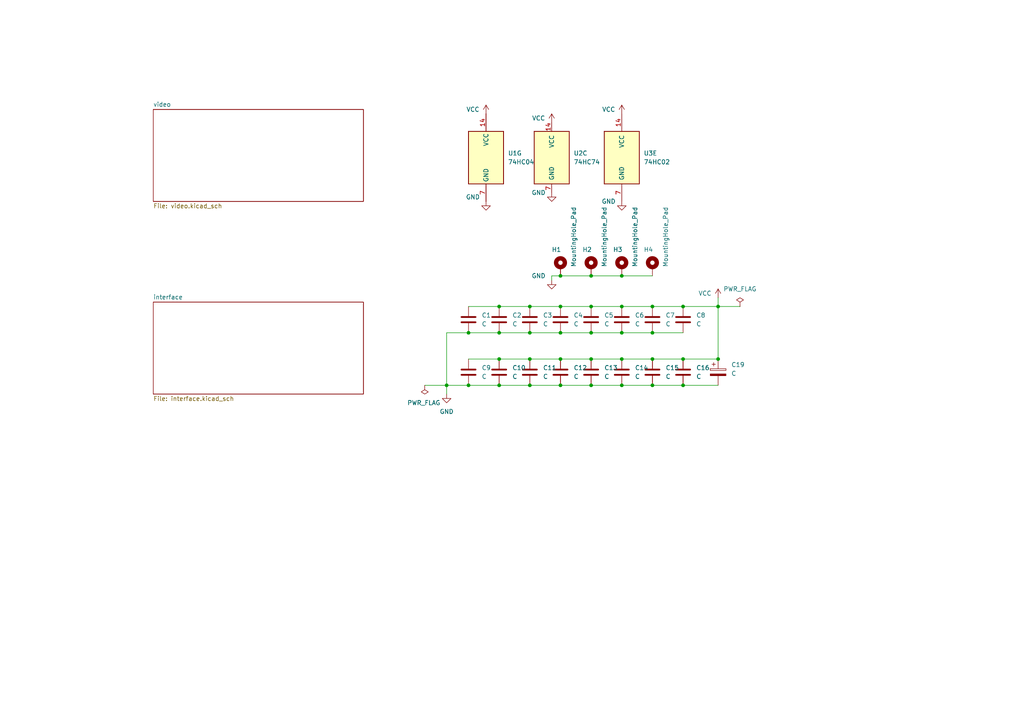
<source format=kicad_sch>
(kicad_sch (version 20211123) (generator eeschema)
  (paper "A4")
  (lib_symbols
    (symbol "74xx:74HC02" (pin_names (offset 1.016))
      (property "Reference" "U" (at 0 1.27 0))
      (property "Value" "74HC02" (at 0 -1.27 0))
      (symbol "74HC02_1_1"
        (arc (start -3.81 -3.81) (mid -2.589 0) (end -3.81 3.81) (stroke (width 0.254)))
        (arc (start -0.6096 -3.81) (mid 2.1842 -2.5851) (end 3.81 0) (stroke (width 0.254)) (fill (type background)))
        (polyline (pts (xy -3.81 -3.81) (xy -0.635 -3.81)) (stroke (width 0.254)) (fill (type background)))
        (polyline (pts (xy -3.81 3.81) (xy -0.635 3.81)) (stroke (width 0.254)) (fill (type background)))
        (polyline (pts (xy -0.635 3.81) (xy -3.81 3.81) (xy -3.81 3.81) (xy -3.556 3.4036) (xy -3.0226 2.2606) (xy -2.6924 1.0414) (xy -2.6162 -0.254) (xy -2.7686 -1.4986) (xy -3.175 -2.7178) (xy -3.81 -3.81) (xy -3.81 -3.81) (xy -0.635 -3.81)) (stroke (width -25.4)) (fill (type background)))
        (arc (start 3.81 0) (mid 2.1915 2.5936) (end -0.6096 3.81) (stroke (width 0.254)) (fill (type background)))
        (pin output inverted (at 7.62 0 180) (length 3.81) (name "~") (number "1"))
        (pin input line (at -7.62 2.54 0) (length 4.318) (name "~") (number "2"))
        (pin input line (at -7.62 -2.54 0) (length 4.318) (name "~") (number "3"))
      )
      (symbol "74HC02_1_2"
        (arc (start 0 -3.81) (mid 3.81 0) (end 0 3.81) (stroke (width 0.254)) (fill (type background)))
        (polyline (pts (xy 0 3.81) (xy -3.81 3.81) (xy -3.81 -3.81) (xy 0 -3.81)) (stroke (width 0.254)) (fill (type background)))
        (pin output line (at 7.62 0 180) (length 3.81) (name "~") (number "1"))
        (pin input inverted (at -7.62 2.54 0) (length 3.81) (name "~") (number "2"))
        (pin input inverted (at -7.62 -2.54 0) (length 3.81) (name "~") (number "3"))
      )
      (symbol "74HC02_2_1"
        (arc (start -3.81 -3.81) (mid -2.589 0) (end -3.81 3.81) (stroke (width 0.254)))
        (arc (start -0.6096 -3.81) (mid 2.1842 -2.5851) (end 3.81 0) (stroke (width 0.254)) (fill (type background)))
        (polyline (pts (xy -3.81 -3.81) (xy -0.635 -3.81)) (stroke (width 0.254)) (fill (type background)))
        (polyline (pts (xy -3.81 3.81) (xy -0.635 3.81)) (stroke (width 0.254)) (fill (type background)))
        (polyline (pts (xy -0.635 3.81) (xy -3.81 3.81) (xy -3.81 3.81) (xy -3.556 3.4036) (xy -3.0226 2.2606) (xy -2.6924 1.0414) (xy -2.6162 -0.254) (xy -2.7686 -1.4986) (xy -3.175 -2.7178) (xy -3.81 -3.81) (xy -3.81 -3.81) (xy -0.635 -3.81)) (stroke (width -25.4)) (fill (type background)))
        (arc (start 3.81 0) (mid 2.1915 2.5936) (end -0.6096 3.81) (stroke (width 0.254)) (fill (type background)))
        (pin output inverted (at 7.62 0 180) (length 3.81) (name "~") (number "4"))
        (pin input line (at -7.62 2.54 0) (length 4.318) (name "~") (number "5"))
        (pin input line (at -7.62 -2.54 0) (length 4.318) (name "~") (number "6"))
      )
      (symbol "74HC02_2_2"
        (arc (start 0 -3.81) (mid 3.81 0) (end 0 3.81) (stroke (width 0.254)) (fill (type background)))
        (polyline (pts (xy 0 3.81) (xy -3.81 3.81) (xy -3.81 -3.81) (xy 0 -3.81)) (stroke (width 0.254)) (fill (type background)))
        (pin output line (at 7.62 0 180) (length 3.81) (name "~") (number "4"))
        (pin input inverted (at -7.62 2.54 0) (length 3.81) (name "~") (number "5"))
        (pin input inverted (at -7.62 -2.54 0) (length 3.81) (name "~") (number "6"))
      )
      (symbol "74HC02_3_1"
        (arc (start -3.81 -3.81) (mid -2.589 0) (end -3.81 3.81) (stroke (width 0.254)))
        (arc (start -0.6096 -3.81) (mid 2.1842 -2.5851) (end 3.81 0) (stroke (width 0.254)) (fill (type background)))
        (polyline (pts (xy -3.81 -3.81) (xy -0.635 -3.81)) (stroke (width 0.254)) (fill (type background)))
        (polyline (pts (xy -3.81 3.81) (xy -0.635 3.81)) (stroke (width 0.254)) (fill (type background)))
        (polyline (pts (xy -0.635 3.81) (xy -3.81 3.81) (xy -3.81 3.81) (xy -3.556 3.4036) (xy -3.0226 2.2606) (xy -2.6924 1.0414) (xy -2.6162 -0.254) (xy -2.7686 -1.4986) (xy -3.175 -2.7178) (xy -3.81 -3.81) (xy -3.81 -3.81) (xy -0.635 -3.81)) (stroke (width -25.4)) (fill (type background)))
        (arc (start 3.81 0) (mid 2.1915 2.5936) (end -0.6096 3.81) (stroke (width 0.254)) (fill (type background)))
        (pin output inverted (at 7.62 0 180) (length 3.81) (name "~") (number "10"))
        (pin input line (at -7.62 2.54 0) (length 4.318) (name "~") (number "8"))
        (pin input line (at -7.62 -2.54 0) (length 4.318) (name "~") (number "9"))
      )
      (symbol "74HC02_3_2"
        (arc (start 0 -3.81) (mid 3.81 0) (end 0 3.81) (stroke (width 0.254)) (fill (type background)))
        (polyline (pts (xy 0 3.81) (xy -3.81 3.81) (xy -3.81 -3.81) (xy 0 -3.81)) (stroke (width 0.254)) (fill (type background)))
        (pin output line (at 7.62 0 180) (length 3.81) (name "~") (number "10"))
        (pin input inverted (at -7.62 2.54 0) (length 3.81) (name "~") (number "8"))
        (pin input inverted (at -7.62 -2.54 0) (length 3.81) (name "~") (number "9"))
      )
      (symbol "74HC02_4_1"
        (arc (start -3.81 -3.81) (mid -2.589 0) (end -3.81 3.81) (stroke (width 0.254)))
        (arc (start -0.6096 -3.81) (mid 2.1842 -2.5851) (end 3.81 0) (stroke (width 0.254)) (fill (type background)))
        (polyline (pts (xy -3.81 -3.81) (xy -0.635 -3.81)) (stroke (width 0.254)) (fill (type background)))
        (polyline (pts (xy -3.81 3.81) (xy -0.635 3.81)) (stroke (width 0.254)) (fill (type background)))
        (polyline (pts (xy -0.635 3.81) (xy -3.81 3.81) (xy -3.81 3.81) (xy -3.556 3.4036) (xy -3.0226 2.2606) (xy -2.6924 1.0414) (xy -2.6162 -0.254) (xy -2.7686 -1.4986) (xy -3.175 -2.7178) (xy -3.81 -3.81) (xy -3.81 -3.81) (xy -0.635 -3.81)) (stroke (width -25.4)) (fill (type background)))
        (arc (start 3.81 0) (mid 2.1915 2.5936) (end -0.6096 3.81) (stroke (width 0.254)) (fill (type background)))
        (pin input line (at -7.62 2.54 0) (length 4.318) (name "~") (number "11"))
        (pin input line (at -7.62 -2.54 0) (length 4.318) (name "~") (number "12"))
        (pin output inverted (at 7.62 0 180) (length 3.81) (name "~") (number "13"))
      )
      (symbol "74HC02_4_2"
        (arc (start 0 -3.81) (mid 3.81 0) (end 0 3.81) (stroke (width 0.254)) (fill (type background)))
        (polyline (pts (xy 0 3.81) (xy -3.81 3.81) (xy -3.81 -3.81) (xy 0 -3.81)) (stroke (width 0.254)) (fill (type background)))
        (pin input inverted (at -7.62 2.54 0) (length 3.81) (name "~") (number "11"))
        (pin input inverted (at -7.62 -2.54 0) (length 3.81) (name "~") (number "12"))
        (pin output line (at 7.62 0 180) (length 3.81) (name "~") (number "13"))
      )
      (symbol "74HC02_5_0"
        (pin power_in line (at 0 12.7 270) (length 5.08) (name "VCC") (number "14"))
        (pin power_in line (at 0 -12.7 90) (length 5.08) (name "GND") (number "7"))
      )
      (symbol "74HC02_5_1"
        (rectangle (start -5.08 7.62) (end 5.08 -7.62) (stroke (width 0.254)) (fill (type background)))
      )
    )
    (symbol "74xx:74HC04"
      (property "Reference" "U" (at 0 1.27 0))
      (property "Value" "74HC04" (at 0 -1.27 0))
      (symbol "74HC04_1_0"
        (polyline (pts (xy -3.81 3.81) (xy -3.81 -3.81) (xy 3.81 0) (xy -3.81 3.81)) (stroke (width 0.254)) (fill (type background)))
        (pin input line (at -7.62 0 0) (length 3.81) (name "~") (number "1"))
        (pin output inverted (at 7.62 0 180) (length 3.81) (name "~") (number "2"))
      )
      (symbol "74HC04_2_0"
        (polyline (pts (xy -3.81 3.81) (xy -3.81 -3.81) (xy 3.81 0) (xy -3.81 3.81)) (stroke (width 0.254)) (fill (type background)))
        (pin input line (at -7.62 0 0) (length 3.81) (name "~") (number "3"))
        (pin output inverted (at 7.62 0 180) (length 3.81) (name "~") (number "4"))
      )
      (symbol "74HC04_3_0"
        (polyline (pts (xy -3.81 3.81) (xy -3.81 -3.81) (xy 3.81 0) (xy -3.81 3.81)) (stroke (width 0.254)) (fill (type background)))
        (pin input line (at -7.62 0 0) (length 3.81) (name "~") (number "5"))
        (pin output inverted (at 7.62 0 180) (length 3.81) (name "~") (number "6"))
      )
      (symbol "74HC04_4_0"
        (polyline (pts (xy -3.81 3.81) (xy -3.81 -3.81) (xy 3.81 0) (xy -3.81 3.81)) (stroke (width 0.254)) (fill (type background)))
        (pin output inverted (at 7.62 0 180) (length 3.81) (name "~") (number "8"))
        (pin input line (at -7.62 0 0) (length 3.81) (name "~") (number "9"))
      )
      (symbol "74HC04_5_0"
        (polyline (pts (xy -3.81 3.81) (xy -3.81 -3.81) (xy 3.81 0) (xy -3.81 3.81)) (stroke (width 0.254)) (fill (type background)))
        (pin output inverted (at 7.62 0 180) (length 3.81) (name "~") (number "10"))
        (pin input line (at -7.62 0 0) (length 3.81) (name "~") (number "11"))
      )
      (symbol "74HC04_6_0"
        (polyline (pts (xy -3.81 3.81) (xy -3.81 -3.81) (xy 3.81 0) (xy -3.81 3.81)) (stroke (width 0.254)) (fill (type background)))
        (pin output inverted (at 7.62 0 180) (length 3.81) (name "~") (number "12"))
        (pin input line (at -7.62 0 0) (length 3.81) (name "~") (number "13"))
      )
      (symbol "74HC04_7_0"
        (pin power_in line (at 0 12.7 270) (length 5.08) (name "VCC") (number "14"))
        (pin power_in line (at 0 -12.7 90) (length 5.08) (name "GND") (number "7"))
      )
      (symbol "74HC04_7_1"
        (rectangle (start -5.08 7.62) (end 5.08 -7.62) (stroke (width 0.254)) (fill (type background)))
      )
    )
    (symbol "74xx:74HC74" (pin_names (offset 1.016))
      (property "Reference" "U" (at -7.62 8.89 0))
      (property "Value" "74HC74" (at -7.62 -8.89 0))
      (symbol "74HC74_1_0"
        (pin input line (at 0 -7.62 90) (length 2.54) (name "~{R}") (number "1"))
        (pin input line (at -7.62 2.54 0) (length 2.54) (name "D") (number "2"))
        (pin input clock (at -7.62 0 0) (length 2.54) (name "C") (number "3"))
        (pin input line (at 0 7.62 270) (length 2.54) (name "~{S}") (number "4"))
        (pin output line (at 7.62 2.54 180) (length 2.54) (name "Q") (number "5"))
        (pin output line (at 7.62 -2.54 180) (length 2.54) (name "~{Q}") (number "6"))
      )
      (symbol "74HC74_1_1"
        (rectangle (start -5.08 5.08) (end 5.08 -5.08) (stroke (width 0.254)) (fill (type background)))
      )
      (symbol "74HC74_2_0"
        (pin input line (at 0 7.62 270) (length 2.54) (name "~{S}") (number "10"))
        (pin input clock (at -7.62 0 0) (length 2.54) (name "C") (number "11"))
        (pin input line (at -7.62 2.54 0) (length 2.54) (name "D") (number "12"))
        (pin input line (at 0 -7.62 90) (length 2.54) (name "~{R}") (number "13"))
        (pin output line (at 7.62 -2.54 180) (length 2.54) (name "~{Q}") (number "8"))
        (pin output line (at 7.62 2.54 180) (length 2.54) (name "Q") (number "9"))
      )
      (symbol "74HC74_2_1"
        (rectangle (start -5.08 5.08) (end 5.08 -5.08) (stroke (width 0.254)) (fill (type background)))
      )
      (symbol "74HC74_3_0"
        (pin power_in line (at 0 10.16 270) (length 2.54) (name "VCC") (number "14"))
        (pin power_in line (at 0 -10.16 90) (length 2.54) (name "GND") (number "7"))
      )
      (symbol "74HC74_3_1"
        (rectangle (start -5.08 7.62) (end 5.08 -7.62) (stroke (width 0.254)) (fill (type background)))
      )
    )
    (symbol "Device:C" (pin_numbers hide) (pin_names (offset 0.254))
      (property "Reference" "C" (at 0.635 2.54 0))
      (property "Value" "C" (at 0.635 -2.54 0))
      (symbol "C_0_1"
        (polyline (pts (xy -2.032 -0.762) (xy 2.032 -0.762)) (stroke (width 0.508)))
        (polyline (pts (xy -2.032 0.762) (xy 2.032 0.762)) (stroke (width 0.508)))
      )
      (symbol "C_1_1"
        (pin passive line (at 0 3.81 270) (length 2.794) (name "~") (number "1"))
        (pin passive line (at 0 -3.81 90) (length 2.794) (name "~") (number "2"))
      )
    )
    (symbol "Device:C_Polarized" (pin_numbers hide) (pin_names (offset 0.254))
      (property "Reference" "C" (at 0.635 2.54 0))
      (property "Value" "C_Polarized" (at 0.635 -2.54 0))
      (symbol "C_Polarized_0_1"
        (rectangle (start -2.286 0.508) (end 2.286 1.016))
        (polyline (pts (xy -1.778 2.286) (xy -0.762 2.286)))
        (polyline (pts (xy -1.27 2.794) (xy -1.27 1.778)))
        (rectangle (start 2.286 -0.508) (end -2.286 -1.016) (fill (type outline)))
      )
      (symbol "C_Polarized_1_1"
        (pin passive line (at 0 3.81 270) (length 2.794) (name "~") (number "1"))
        (pin passive line (at 0 -3.81 90) (length 2.794) (name "~") (number "2"))
      )
    )
    (symbol "Mechanical:MountingHole_Pad" (pin_numbers hide) (pin_names (offset 1.016) hide)
      (property "Reference" "H" (at 0 6.35 0))
      (property "Value" "MountingHole_Pad" (at 0 4.445 0))
      (symbol "MountingHole_Pad_0_1"
        (circle (center 0 1.27) (radius 1.27) (stroke (width 1.27)))
      )
      (symbol "MountingHole_Pad_1_1"
        (pin input line (at 0 -2.54 90) (length 2.54) (name "1") (number "1"))
      )
    )
    (symbol "power:GND" (power) (pin_names (offset 0))
      (property "Value" "GND" (at 0 -3.81 0))
      (symbol "GND_0_1"
        (polyline (pts (xy 0 0) (xy 0 -1.27) (xy 1.27 -1.27) (xy 0 -2.54) (xy -1.27 -1.27) (xy 0 -1.27)))
      )
      (symbol "GND_1_1"
        (pin power_in line (at 0 0 270) (length 0) hide (name "GND") (number "1"))
      )
    )
    (symbol "power:PWR_FLAG" (power) (pin_numbers hide) (pin_names (offset 0) hide)
      (property "Value" "PWR_FLAG" (at 0 3.81 0))
      (symbol "PWR_FLAG_0_0"
        (pin power_out line (at 0 0 90) (length 0) (name "pwr") (number "1"))
      )
      (symbol "PWR_FLAG_0_1"
        (polyline (pts (xy 0 0) (xy 0 1.27) (xy -1.016 1.905) (xy 0 2.54) (xy 1.016 1.905) (xy 0 1.27)))
      )
    )
    (symbol "power:VCC" (power) (pin_names (offset 0))
      (property "Value" "VCC" (at 0 3.81 0))
      (symbol "VCC_0_1"
        (polyline (pts (xy -0.762 1.27) (xy 0 2.54)))
        (polyline (pts (xy 0 0) (xy 0 2.54)))
        (polyline (pts (xy 0 2.54) (xy 0.762 1.27)))
      )
      (symbol "VCC_1_1"
        (pin power_in line (at 0 0 90) (length 0) hide (name "VCC") (number "1"))
      )
    )
  )
  (junction (at 198.12 88.9))
  (junction (at 198.12 111.76))
  (junction (at 144.78 104.14))
  (junction (at 171.45 104.14))
  (junction (at 153.67 88.9))
  (junction (at 171.45 111.76))
  (junction (at 162.56 111.76))
  (junction (at 208.28 104.14))
  (junction (at 180.34 104.14))
  (junction (at 180.34 80.01))
  (junction (at 189.23 104.14))
  (junction (at 144.78 111.76))
  (junction (at 171.45 80.01))
  (junction (at 171.45 88.9))
  (junction (at 135.89 111.76))
  (junction (at 162.56 104.14))
  (junction (at 144.78 88.9))
  (junction (at 189.23 111.76))
  (junction (at 129.54 111.76))
  (junction (at 162.56 96.52))
  (junction (at 208.28 88.9))
  (junction (at 153.67 96.52))
  (junction (at 198.12 104.14))
  (junction (at 189.23 96.52))
  (junction (at 162.56 88.9))
  (junction (at 189.23 88.9))
  (junction (at 180.34 96.52))
  (junction (at 171.45 96.52))
  (junction (at 180.34 88.9))
  (junction (at 144.78 96.52))
  (junction (at 162.56 80.01))
  (junction (at 135.89 96.52))
  (junction (at 153.67 104.14))
  (junction (at 153.67 111.76))
  (junction (at 180.34 111.76))
  (wire (pts (xy 198.12 88.9) (xy 208.28 88.9)))
  (wire (pts (xy 135.89 104.14) (xy 144.78 104.14)))
  (wire (pts (xy 171.45 104.14) (xy 180.34 104.14)))
  (wire (pts (xy 129.54 111.76) (xy 135.89 111.76)))
  (wire (pts (xy 162.56 111.76) (xy 171.45 111.76)))
  (wire (pts (xy 162.56 80.01) (xy 160.02 80.01)))
  (wire (pts (xy 208.28 88.9) (xy 208.28 104.14)))
  (wire (pts (xy 153.67 96.52) (xy 144.78 96.52)))
  (wire (pts (xy 144.78 104.14) (xy 153.67 104.14)))
  (wire (pts (xy 208.28 88.9) (xy 214.63 88.9)))
  (wire (pts (xy 129.54 96.52) (xy 129.54 111.76)))
  (wire (pts (xy 171.45 96.52) (xy 162.56 96.52)))
  (wire (pts (xy 171.45 80.01) (xy 162.56 80.01)))
  (wire (pts (xy 189.23 88.9) (xy 198.12 88.9)))
  (wire (pts (xy 180.34 88.9) (xy 189.23 88.9)))
  (wire (pts (xy 135.89 88.9) (xy 144.78 88.9)))
  (wire (pts (xy 189.23 111.76) (xy 198.12 111.76)))
  (wire (pts (xy 123.19 111.76) (xy 129.54 111.76)))
  (wire (pts (xy 180.34 111.76) (xy 189.23 111.76)))
  (wire (pts (xy 180.34 96.52) (xy 171.45 96.52)))
  (wire (pts (xy 180.34 104.14) (xy 189.23 104.14)))
  (wire (pts (xy 208.28 86.36) (xy 208.28 88.9)))
  (wire (pts (xy 135.89 96.52) (xy 144.78 96.52)))
  (wire (pts (xy 129.54 96.52) (xy 135.89 96.52)))
  (wire (pts (xy 189.23 80.01) (xy 180.34 80.01)))
  (wire (pts (xy 153.67 111.76) (xy 162.56 111.76)))
  (wire (pts (xy 153.67 104.14) (xy 162.56 104.14)))
  (wire (pts (xy 153.67 88.9) (xy 162.56 88.9)))
  (wire (pts (xy 171.45 88.9) (xy 180.34 88.9)))
  (wire (pts (xy 162.56 104.14) (xy 171.45 104.14)))
  (wire (pts (xy 198.12 96.52) (xy 189.23 96.52)))
  (wire (pts (xy 160.02 80.01) (xy 160.02 81.28)))
  (wire (pts (xy 135.89 111.76) (xy 144.78 111.76)))
  (wire (pts (xy 171.45 111.76) (xy 180.34 111.76)))
  (wire (pts (xy 189.23 104.14) (xy 198.12 104.14)))
  (wire (pts (xy 180.34 80.01) (xy 171.45 80.01)))
  (wire (pts (xy 144.78 111.76) (xy 153.67 111.76)))
  (wire (pts (xy 198.12 104.14) (xy 208.28 104.14)))
  (wire (pts (xy 198.12 111.76) (xy 208.28 111.76)))
  (wire (pts (xy 162.56 88.9) (xy 171.45 88.9)))
  (wire (pts (xy 144.78 88.9) (xy 153.67 88.9)))
  (wire (pts (xy 129.54 111.76) (xy 129.54 114.3)))
  (wire (pts (xy 162.56 96.52) (xy 153.67 96.52)))
  (wire (pts (xy 189.23 96.52) (xy 180.34 96.52)))
  (symbol (lib_id "Device:C") (at 162.56 107.95 0) (unit 1)
    (property "Reference" "C12" (at 166.37 106.6799 0) (effects (justify left)))
    (property "Value" "C" (at 166.37 109.2199 0) (effects (justify left)))
    (property "Footprint" "Capacitor_THT:C_Disc_D7.0mm_W2.5mm_P5.00mm" (effects hide))
  )
  (symbol (lib_id "power:GND") (at 140.97 58.42 0) (unit 1)
    (property "Reference" "#PWR05" (effects hide))
    (property "Value" "GND" (at 137.16 57.15 0))
  )
  (symbol (lib_id "Device:C") (at 144.78 107.95 0) (unit 1)
    (property "Reference" "C10" (at 148.59 106.6799 0) (effects (justify left)))
    (property "Value" "C" (at 148.59 109.2199 0) (effects (justify left)))
    (property "Footprint" "Capacitor_THT:C_Disc_D7.0mm_W2.5mm_P5.00mm" (effects hide))
  )
  (symbol (lib_id "Mechanical:MountingHole_Pad") (at 189.23 77.47 0) (unit 1)
    (property "Reference" "H4" (at 186.69 72.39 0) (effects (justify left)))
    (property "Value" "MountingHole_Pad" (at 193.04 77.47 90) (effects (justify left)))
    (property "Footprint" "MountingHole:MountingHole_3mm_Pad" (effects hide))
  )
  (symbol (lib_id "74xx:74HC04") (at 140.97 45.72 0) (unit 7)
    (property "Reference" "U1" (at 147.32 44.4499 0) (effects (justify left)))
    (property "Value" "74HC04" (at 147.32 46.9899 0) (effects (justify left)))
    (property "Footprint" "Package_DIP:DIP-14_W7.62mm" (effects hide))
    (property "Datasheet" "https://assets.nexperia.com/documents/data-sheet/74HC_HCT04.pdf" (effects hide))
  )
  (symbol (lib_id "power:PWR_FLAG") (at 214.63 88.9 0) (unit 1)
    (property "Reference" "#FLG01" (effects hide))
    (property "Value" "PWR_FLAG" (at 214.63 83.82 0))
  )
  (symbol (lib_id "power:VCC") (at 208.28 86.36 0) (unit 1)
    (property "Reference" "#PWR07" (effects hide))
    (property "Value" "VCC" (at 204.47 85.09 0))
  )
  (symbol (lib_id "Device:C") (at 180.34 92.71 0) (unit 1)
    (property "Reference" "C6" (at 184.15 91.4399 0) (effects (justify left)))
    (property "Value" "C" (at 184.15 93.9799 0) (effects (justify left)))
    (property "Footprint" "Capacitor_THT:C_Disc_D7.0mm_W2.5mm_P5.00mm" (effects hide))
  )
  (symbol (lib_id "power:GND") (at 129.54 114.3 0) (unit 1)
    (property "Reference" "#PWR08" (effects hide))
    (property "Value" "GND" (at 129.54 119.38 0))
  )
  (symbol (lib_id "Device:C") (at 135.89 107.95 0) (unit 1)
    (property "Reference" "C9" (at 139.7 106.6799 0) (effects (justify left)))
    (property "Value" "C" (at 139.7 109.2199 0) (effects (justify left)))
    (property "Footprint" "Capacitor_THT:C_Disc_D7.0mm_W2.5mm_P5.00mm" (effects hide))
  )
  (symbol (lib_id "Device:C") (at 171.45 92.71 0) (unit 1)
    (property "Reference" "C5" (at 175.26 91.4399 0) (effects (justify left)))
    (property "Value" "C" (at 175.26 93.9799 0) (effects (justify left)))
    (property "Footprint" "Capacitor_THT:C_Disc_D7.0mm_W2.5mm_P5.00mm" (effects hide))
  )
  (symbol (lib_id "power:VCC") (at 140.97 33.02 0) (unit 1)
    (property "Reference" "#PWR01" (effects hide))
    (property "Value" "VCC" (at 137.16 31.75 0))
  )
  (symbol (lib_id "Device:C") (at 198.12 107.95 0) (unit 1)
    (property "Reference" "C16" (at 201.93 106.6799 0) (effects (justify left)))
    (property "Value" "C" (at 201.93 109.2199 0) (effects (justify left)))
    (property "Footprint" "Capacitor_THT:C_Disc_D7.0mm_W2.5mm_P5.00mm" (effects hide))
  )
  (symbol (lib_id "74xx:74HC02") (at 180.34 45.72 0) (unit 5)
    (property "Reference" "U3" (at 186.69 44.4499 0) (effects (justify left)))
    (property "Value" "74HC02" (at 186.69 46.9899 0) (effects (justify left)))
    (property "Footprint" "Package_DIP:DIP-14_W7.62mm" (effects hide))
    (property "Datasheet" "http://www.ti.com/lit/gpn/sn74hc02" (effects hide))
  )
  (symbol (lib_id "power:VCC") (at 180.34 33.02 0) (unit 1)
    (property "Reference" "#PWR02" (effects hide))
    (property "Value" "VCC" (at 176.53 31.75 0))
  )
  (symbol (lib_id "power:PWR_FLAG") (at 123.19 111.76 180) (unit 1)
    (property "Reference" "#FLG02" (effects hide))
    (property "Value" "PWR_FLAG" (at 118.11 116.84 0) (effects (justify right)))
  )
  (symbol (lib_id "Device:C_Polarized") (at 208.28 107.95 0) (unit 1)
    (property "Reference" "C19" (at 212.09 105.7909 0) (effects (justify left)))
    (property "Value" "C" (at 212.09 108.3309 0) (effects (justify left)))
    (property "Footprint" "Capacitor_THT:CP_Radial_D5.0mm_P2.50mm" (effects hide))
  )
  (symbol (lib_id "Mechanical:MountingHole_Pad") (at 162.56 77.47 0) (unit 1)
    (property "Reference" "H1" (at 160.02 72.39 0) (effects (justify left)))
    (property "Value" "MountingHole_Pad" (at 166.37 77.47 90) (effects (justify left)))
    (property "Footprint" "MountingHole:MountingHole_3mm_Pad" (effects hide))
  )
  (symbol (lib_id "power:GND") (at 180.34 58.42 0) (unit 1)
    (property "Reference" "#PWR06" (effects hide))
    (property "Value" "GND" (at 176.53 58.42 0))
  )
  (symbol (lib_id "power:GND") (at 160.02 81.28 0) (unit 1)
    (property "Reference" "#PWR063" (effects hide))
    (property "Value" "GND" (at 156.21 80.01 0))
  )
  (symbol (lib_id "power:VCC") (at 160.02 35.56 0) (unit 1)
    (property "Reference" "#PWR03" (effects hide))
    (property "Value" "VCC" (at 156.21 34.29 0))
  )
  (symbol (lib_id "Mechanical:MountingHole_Pad") (at 180.34 77.47 0) (unit 1)
    (property "Reference" "H3" (at 177.8 72.39 0) (effects (justify left)))
    (property "Value" "MountingHole_Pad" (at 184.15 77.47 90) (effects (justify left)))
    (property "Footprint" "MountingHole:MountingHole_3mm_Pad" (effects hide))
  )
  (symbol (lib_id "Device:C") (at 171.45 107.95 0) (unit 1)
    (property "Reference" "C13" (at 175.26 106.6799 0) (effects (justify left)))
    (property "Value" "C" (at 175.26 109.2199 0) (effects (justify left)))
    (property "Footprint" "Capacitor_THT:C_Disc_D7.0mm_W2.5mm_P5.00mm" (effects hide))
  )
  (symbol (lib_id "power:GND") (at 160.02 55.88 0) (unit 1)
    (property "Reference" "#PWR04" (effects hide))
    (property "Value" "GND" (at 156.21 55.88 0))
  )
  (symbol (lib_id "Device:C") (at 189.23 107.95 0) (unit 1)
    (property "Reference" "C15" (at 193.04 106.6799 0) (effects (justify left)))
    (property "Value" "C" (at 193.04 109.2199 0) (effects (justify left)))
    (property "Footprint" "Capacitor_THT:C_Disc_D7.0mm_W2.5mm_P5.00mm" (effects hide))
  )
  (symbol (lib_id "Device:C") (at 153.67 107.95 0) (unit 1)
    (property "Reference" "C11" (at 157.48 106.6799 0) (effects (justify left)))
    (property "Value" "C" (at 157.48 109.2199 0) (effects (justify left)))
    (property "Footprint" "Capacitor_THT:C_Disc_D7.0mm_W2.5mm_P5.00mm" (effects hide))
  )
  (symbol (lib_id "Device:C") (at 144.78 92.71 0) (unit 1)
    (property "Reference" "C2" (at 148.59 91.4399 0) (effects (justify left)))
    (property "Value" "C" (at 148.59 93.9799 0) (effects (justify left)))
    (property "Footprint" "Capacitor_THT:C_Disc_D7.0mm_W2.5mm_P5.00mm" (effects hide))
  )
  (symbol (lib_id "Device:C") (at 180.34 107.95 0) (unit 1)
    (property "Reference" "C14" (at 184.15 106.6799 0) (effects (justify left)))
    (property "Value" "C" (at 184.15 109.2199 0) (effects (justify left)))
    (property "Footprint" "Capacitor_THT:C_Disc_D7.0mm_W2.5mm_P5.00mm" (effects hide))
  )
  (symbol (lib_id "Device:C") (at 198.12 92.71 0) (unit 1)
    (property "Reference" "C8" (at 201.93 91.4399 0) (effects (justify left)))
    (property "Value" "C" (at 201.93 93.9799 0) (effects (justify left)))
    (property "Footprint" "Capacitor_THT:C_Disc_D7.0mm_W2.5mm_P5.00mm" (effects hide))
  )
  (symbol (lib_id "Device:C") (at 153.67 92.71 0) (unit 1)
    (property "Reference" "C3" (at 157.48 91.4399 0) (effects (justify left)))
    (property "Value" "C" (at 157.48 93.9799 0) (effects (justify left)))
    (property "Footprint" "Capacitor_THT:C_Disc_D7.0mm_W2.5mm_P5.00mm" (effects hide))
  )
  (symbol (lib_id "Device:C") (at 162.56 92.71 0) (unit 1)
    (property "Reference" "C4" (at 166.37 91.4399 0) (effects (justify left)))
    (property "Value" "C" (at 166.37 93.9799 0) (effects (justify left)))
    (property "Footprint" "Capacitor_THT:C_Disc_D7.0mm_W2.5mm_P5.00mm" (effects hide))
  )
  (symbol (lib_id "Device:C") (at 135.89 92.71 0) (unit 1)
    (property "Reference" "C1" (at 139.7 91.4399 0) (effects (justify left)))
    (property "Value" "C" (at 139.7 93.9799 0) (effects (justify left)))
    (property "Footprint" "Capacitor_THT:C_Disc_D7.0mm_W2.5mm_P5.00mm" (effects hide))
  )
  (symbol (lib_id "Mechanical:MountingHole_Pad") (at 171.45 77.47 0) (unit 1)
    (property "Reference" "H2" (at 168.91 72.39 0) (effects (justify left)))
    (property "Value" "MountingHole_Pad" (at 175.26 77.47 90) (effects (justify left)))
    (property "Footprint" "MountingHole:MountingHole_3mm_Pad" (effects hide))
  )
  (symbol (lib_id "Device:C") (at 189.23 92.71 0) (unit 1)
    (property "Reference" "C7" (at 193.04 91.4399 0) (effects (justify left)))
    (property "Value" "C" (at 193.04 93.9799 0) (effects (justify left)))
    (property "Footprint" "Capacitor_THT:C_Disc_D7.0mm_W2.5mm_P5.00mm" (effects hide))
  )
  (symbol (lib_id "74xx:74HC74") (at 160.02 45.72 0) (unit 3)
    (property "Reference" "U2" (at 166.37 44.4499 0) (effects (justify left)))
    (property "Value" "74HC74" (at 166.37 46.9899 0) (effects (justify left)))
    (property "Footprint" "Package_DIP:DIP-14_W7.62mm" (effects hide))
    (property "Datasheet" "74xx/74hc_hct74.pdf" (effects hide))
  )
  (sheet (at 44.45 31.75) (size 60.96 26.67) (stroke (width 0.1524))
    (property "Sheet name" "video" (at 44.45 31.0384 0) (effects (justify left bottom)))
    (property "Sheet file" "video.kicad_sch" (at 44.45 59.0046 0) (effects (justify left top)))
  )
  (sheet (at 44.45 87.63) (size 60.96 26.67) (stroke (width 0.1524))
    (property "Sheet name" "interface" (at 44.45 86.9184 0) (effects (justify left bottom)))
    (property "Sheet file" "interface.kicad_sch" (at 44.45 114.8846 0) (effects (justify left top)))
  )
)
</source>
